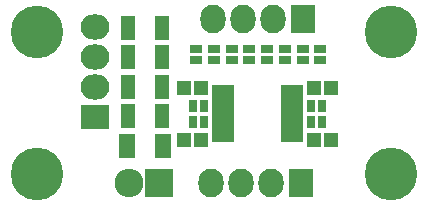
<source format=gts>
G04 #@! TF.FileFunction,Soldermask,Top*
%FSLAX46Y46*%
G04 Gerber Fmt 4.6, Leading zero omitted, Abs format (unit mm)*
G04 Created by KiCad (PCBNEW 4.1.0-alpha+201607140318+6977~46~ubuntu16.04.1-product) date Thu Jul 14 14:59:25 2016*
%MOMM*%
%LPD*%
G01*
G04 APERTURE LIST*
%ADD10C,0.100000*%
%ADD11R,2.432000X2.432000*%
%ADD12O,2.432000X2.432000*%
%ADD13R,1.200000X1.150000*%
%ADD14R,1.400000X2.000000*%
%ADD15R,2.432000X2.127200*%
%ADD16O,2.432000X2.127200*%
%ADD17R,2.127200X2.432000*%
%ADD18O,2.127200X2.432000*%
%ADD19R,1.300000X2.100000*%
%ADD20R,1.000000X0.800000*%
%ADD21R,0.800000X1.000000*%
%ADD22R,1.850000X0.850000*%
%ADD23C,4.464000*%
G04 APERTURE END LIST*
D10*
D11*
X212400000Y-34800000D03*
D12*
X209860000Y-34800000D03*
D13*
X215950000Y-26750000D03*
X214450000Y-26750000D03*
X215960000Y-31140000D03*
X214460000Y-31140000D03*
X225450000Y-31150000D03*
X226950000Y-31150000D03*
X225450000Y-26750000D03*
X226950000Y-26750000D03*
D14*
X209700000Y-31650000D03*
X212700000Y-31650000D03*
D15*
X206958309Y-29184979D03*
D16*
X206958309Y-26644979D03*
X206958309Y-24104979D03*
X206958309Y-21564979D03*
D17*
X224525326Y-20931954D03*
D18*
X221985326Y-20931954D03*
X219445326Y-20931954D03*
X216905326Y-20931954D03*
D17*
X224430000Y-34800000D03*
D18*
X221890000Y-34800000D03*
X219350000Y-34800000D03*
X216810000Y-34800000D03*
D19*
X212658309Y-21644979D03*
X209758309Y-21644979D03*
X212658309Y-24144979D03*
X209758309Y-24144979D03*
D20*
X217025326Y-24331954D03*
X217025326Y-23431954D03*
X220025326Y-24331954D03*
X220025326Y-23431954D03*
X215525326Y-24331954D03*
X215525326Y-23431954D03*
X218525326Y-24331954D03*
X218525326Y-23431954D03*
D21*
X216150000Y-28250000D03*
X215250000Y-28250000D03*
X216150000Y-29640000D03*
X215250000Y-29640000D03*
D19*
X212658309Y-26644979D03*
X209758309Y-26644979D03*
X212658309Y-29144979D03*
X209758309Y-29144979D03*
D20*
X223025326Y-24331954D03*
X223025326Y-23431954D03*
X226025326Y-24331954D03*
X226025326Y-23431954D03*
X221525326Y-24331954D03*
X221525326Y-23431954D03*
X224525326Y-24331954D03*
X224525326Y-23431954D03*
D21*
X225250000Y-29650000D03*
X226150000Y-29650000D03*
X225250000Y-28250000D03*
X226150000Y-28250000D03*
D22*
X217750000Y-26950000D03*
X217750000Y-27600000D03*
X217750000Y-28250000D03*
X217750000Y-28900000D03*
X217750000Y-29550000D03*
X217750000Y-30200000D03*
X217750000Y-30850000D03*
X223650000Y-30850000D03*
X223650000Y-30200000D03*
X223650000Y-29550000D03*
X223650000Y-28900000D03*
X223650000Y-28250000D03*
X223650000Y-27600000D03*
X223650000Y-26950000D03*
D23*
X202000000Y-34000000D03*
X232000000Y-34000000D03*
X232000000Y-22000000D03*
X202000000Y-22000000D03*
M02*

</source>
